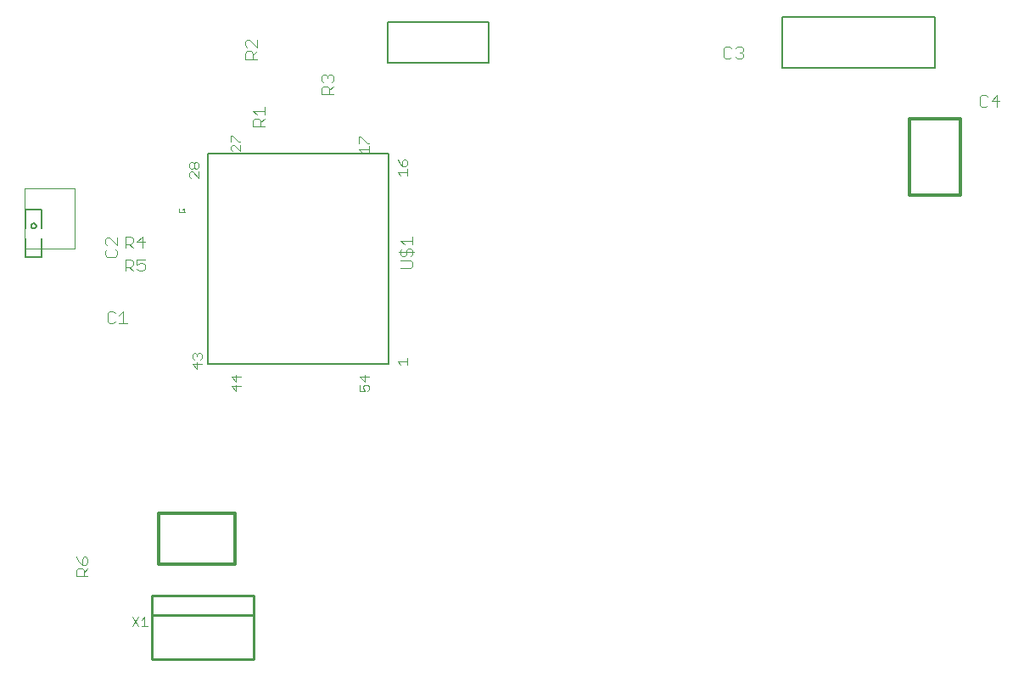
<source format=gto>
G75*
%MOIN*%
%OFA0B0*%
%FSLAX25Y25*%
%IPPOS*%
%LPD*%
%AMOC8*
5,1,8,0,0,1.08239X$1,22.5*
%
%ADD10C,0.00400*%
%ADD11C,0.00100*%
%ADD12C,0.00300*%
%ADD13C,0.00500*%
%ADD14C,0.00197*%
%ADD15C,0.01181*%
%ADD16C,0.01000*%
D10*
X0047200Y0042500D02*
X0049602Y0046103D01*
X0050883Y0044902D02*
X0052084Y0046103D01*
X0052084Y0042500D01*
X0050883Y0042500D02*
X0053285Y0042500D01*
X0049602Y0042500D02*
X0047200Y0046103D01*
X0029800Y0062000D02*
X0025196Y0062000D01*
X0025196Y0064302D01*
X0025963Y0065069D01*
X0027498Y0065069D01*
X0028265Y0064302D01*
X0028265Y0062000D01*
X0028265Y0063535D02*
X0029800Y0065069D01*
X0029033Y0066604D02*
X0029800Y0067371D01*
X0029800Y0068906D01*
X0029033Y0069673D01*
X0028265Y0069673D01*
X0027498Y0068906D01*
X0027498Y0066604D01*
X0029033Y0066604D01*
X0027498Y0066604D02*
X0025963Y0068139D01*
X0025196Y0069673D01*
X0038259Y0161500D02*
X0039794Y0161500D01*
X0040561Y0162267D01*
X0042096Y0161500D02*
X0045165Y0161500D01*
X0043631Y0161500D02*
X0043631Y0166104D01*
X0042096Y0164569D01*
X0040561Y0165337D02*
X0039794Y0166104D01*
X0038259Y0166104D01*
X0037492Y0165337D01*
X0037492Y0162267D01*
X0038259Y0161500D01*
X0044492Y0182000D02*
X0044492Y0186604D01*
X0046794Y0186604D01*
X0047561Y0185837D01*
X0047561Y0184302D01*
X0046794Y0183535D01*
X0044492Y0183535D01*
X0046027Y0183535D02*
X0047561Y0182000D01*
X0049096Y0182767D02*
X0049863Y0182000D01*
X0051398Y0182000D01*
X0052165Y0182767D01*
X0052165Y0184302D01*
X0051398Y0185069D01*
X0050631Y0185069D01*
X0049096Y0184302D01*
X0049096Y0186604D01*
X0052165Y0186604D01*
X0051398Y0191000D02*
X0051398Y0195604D01*
X0049096Y0193302D01*
X0052165Y0193302D01*
X0047561Y0193302D02*
X0047561Y0194837D01*
X0046794Y0195604D01*
X0044492Y0195604D01*
X0044492Y0191000D01*
X0044492Y0192535D02*
X0046794Y0192535D01*
X0047561Y0193302D01*
X0046027Y0192535D02*
X0047561Y0191000D01*
X0041300Y0192146D02*
X0038231Y0195215D01*
X0037463Y0195215D01*
X0036696Y0194448D01*
X0036696Y0192913D01*
X0037463Y0192146D01*
X0037463Y0190611D02*
X0036696Y0189844D01*
X0036696Y0188309D01*
X0037463Y0187542D01*
X0040533Y0187542D01*
X0041300Y0188309D01*
X0041300Y0189844D01*
X0040533Y0190611D01*
X0041300Y0192146D02*
X0041300Y0195215D01*
X0094696Y0238792D02*
X0094696Y0241094D01*
X0095463Y0241861D01*
X0096998Y0241861D01*
X0097765Y0241094D01*
X0097765Y0238792D01*
X0097765Y0240327D02*
X0099300Y0241861D01*
X0099300Y0243396D02*
X0099300Y0246465D01*
X0099300Y0244931D02*
X0094696Y0244931D01*
X0096231Y0243396D01*
X0094696Y0238792D02*
X0099300Y0238792D01*
X0121696Y0251500D02*
X0121696Y0253802D01*
X0122463Y0254569D01*
X0123998Y0254569D01*
X0124765Y0253802D01*
X0124765Y0251500D01*
X0124765Y0253035D02*
X0126300Y0254569D01*
X0125533Y0256104D02*
X0126300Y0256871D01*
X0126300Y0258406D01*
X0125533Y0259173D01*
X0124765Y0259173D01*
X0123998Y0258406D01*
X0123998Y0257639D01*
X0123998Y0258406D02*
X0123231Y0259173D01*
X0122463Y0259173D01*
X0121696Y0258406D01*
X0121696Y0256871D01*
X0122463Y0256104D01*
X0121696Y0251500D02*
X0126300Y0251500D01*
X0096300Y0265292D02*
X0091696Y0265292D01*
X0091696Y0267594D01*
X0092463Y0268361D01*
X0093998Y0268361D01*
X0094765Y0267594D01*
X0094765Y0265292D01*
X0094765Y0266827D02*
X0096300Y0268361D01*
X0096300Y0269896D02*
X0093231Y0272965D01*
X0092463Y0272965D01*
X0091696Y0272198D01*
X0091696Y0270663D01*
X0092463Y0269896D01*
X0096300Y0269896D02*
X0096300Y0272965D01*
X0157300Y0195465D02*
X0157300Y0192396D01*
X0157300Y0193931D02*
X0152696Y0193931D01*
X0154231Y0192396D01*
X0153463Y0190861D02*
X0152696Y0190094D01*
X0152696Y0188559D01*
X0153463Y0187792D01*
X0154231Y0187792D01*
X0154998Y0188559D01*
X0154998Y0190094D01*
X0155765Y0190861D01*
X0156533Y0190861D01*
X0157300Y0190094D01*
X0157300Y0188559D01*
X0156533Y0187792D01*
X0156533Y0186257D02*
X0152696Y0186257D01*
X0152696Y0183188D02*
X0156533Y0183188D01*
X0157300Y0183956D01*
X0157300Y0185490D01*
X0156533Y0186257D01*
X0158067Y0189327D02*
X0151929Y0189327D01*
X0279700Y0266267D02*
X0280467Y0265500D01*
X0282002Y0265500D01*
X0282769Y0266267D01*
X0284304Y0266267D02*
X0285071Y0265500D01*
X0286606Y0265500D01*
X0287373Y0266267D01*
X0287373Y0267035D01*
X0286606Y0267802D01*
X0285839Y0267802D01*
X0286606Y0267802D02*
X0287373Y0268569D01*
X0287373Y0269337D01*
X0286606Y0270104D01*
X0285071Y0270104D01*
X0284304Y0269337D01*
X0282769Y0269337D02*
X0282002Y0270104D01*
X0280467Y0270104D01*
X0279700Y0269337D01*
X0279700Y0266267D01*
X0380242Y0250337D02*
X0380242Y0247267D01*
X0381009Y0246500D01*
X0382544Y0246500D01*
X0383311Y0247267D01*
X0384846Y0248802D02*
X0387148Y0251104D01*
X0387148Y0246500D01*
X0387915Y0248802D02*
X0384846Y0248802D01*
X0383311Y0250337D02*
X0382544Y0251104D01*
X0381009Y0251104D01*
X0380242Y0250337D01*
D11*
X0068078Y0205000D02*
X0067077Y0205000D01*
X0066604Y0205000D02*
X0065603Y0205000D01*
X0065603Y0206501D01*
X0067077Y0206001D02*
X0067577Y0206501D01*
X0067577Y0205000D01*
D12*
X0070264Y0218584D02*
X0069647Y0219201D01*
X0069647Y0220435D01*
X0070264Y0221052D01*
X0070881Y0221052D01*
X0073350Y0218584D01*
X0073350Y0221052D01*
X0072733Y0222267D02*
X0072116Y0222267D01*
X0071498Y0222884D01*
X0071498Y0224118D01*
X0072116Y0224736D01*
X0072733Y0224736D01*
X0073350Y0224118D01*
X0073350Y0222884D01*
X0072733Y0222267D01*
X0071498Y0222884D02*
X0070881Y0222267D01*
X0070264Y0222267D01*
X0069647Y0222884D01*
X0069647Y0224118D01*
X0070264Y0224736D01*
X0070881Y0224736D01*
X0071498Y0224118D01*
X0086056Y0229728D02*
X0086673Y0229111D01*
X0086056Y0229728D02*
X0086056Y0230963D01*
X0086673Y0231580D01*
X0087291Y0231580D01*
X0089759Y0229111D01*
X0089759Y0231580D01*
X0089759Y0232794D02*
X0089142Y0232794D01*
X0086673Y0235263D01*
X0086056Y0235263D01*
X0086056Y0232794D01*
X0136450Y0232204D02*
X0136450Y0234673D01*
X0137067Y0234673D01*
X0139536Y0232204D01*
X0140153Y0232204D01*
X0140153Y0230989D02*
X0140153Y0228521D01*
X0140153Y0229755D02*
X0136450Y0229755D01*
X0137684Y0228521D01*
X0151584Y0225736D02*
X0152201Y0224501D01*
X0153435Y0223267D01*
X0153435Y0225118D01*
X0154053Y0225736D01*
X0154670Y0225736D01*
X0155287Y0225118D01*
X0155287Y0223884D01*
X0154670Y0223267D01*
X0153435Y0223267D01*
X0155287Y0222052D02*
X0155287Y0219584D01*
X0155287Y0220818D02*
X0151584Y0220818D01*
X0152818Y0219584D01*
X0074594Y0149118D02*
X0074594Y0147884D01*
X0073977Y0147267D01*
X0072743Y0146052D02*
X0072743Y0143584D01*
X0070891Y0145435D01*
X0074594Y0145435D01*
X0072743Y0148501D02*
X0072743Y0149118D01*
X0073360Y0149736D01*
X0073977Y0149736D01*
X0074594Y0149118D01*
X0072743Y0149118D02*
X0072125Y0149736D01*
X0071508Y0149736D01*
X0070891Y0149118D01*
X0070891Y0147884D01*
X0071508Y0147267D01*
X0086253Y0140363D02*
X0088105Y0138511D01*
X0088105Y0140980D01*
X0089956Y0140363D02*
X0086253Y0140363D01*
X0088105Y0137297D02*
X0088105Y0134828D01*
X0086253Y0136679D01*
X0089956Y0136679D01*
X0136647Y0137297D02*
X0136647Y0134828D01*
X0138498Y0134828D01*
X0137881Y0136062D01*
X0137881Y0136679D01*
X0138498Y0137297D01*
X0139733Y0137297D01*
X0140350Y0136679D01*
X0140350Y0135445D01*
X0139733Y0134828D01*
X0138498Y0138511D02*
X0138498Y0140980D01*
X0136647Y0140363D02*
X0140350Y0140363D01*
X0138498Y0138511D02*
X0136647Y0140363D01*
X0151584Y0146501D02*
X0152818Y0145267D01*
X0151584Y0146501D02*
X0155287Y0146501D01*
X0155287Y0145267D02*
X0155287Y0147736D01*
D13*
X0147933Y0145461D02*
X0147933Y0228139D01*
X0077067Y0228139D01*
X0077067Y0145461D01*
X0147933Y0145461D01*
X0011693Y0187528D02*
X0005394Y0187528D01*
X0005394Y0194812D01*
X0005394Y0198749D02*
X0005394Y0206032D01*
X0011693Y0206032D01*
X0011693Y0198749D01*
X0007559Y0199733D02*
X0007561Y0199795D01*
X0007567Y0199858D01*
X0007577Y0199919D01*
X0007591Y0199980D01*
X0007608Y0200040D01*
X0007629Y0200099D01*
X0007655Y0200156D01*
X0007683Y0200211D01*
X0007715Y0200265D01*
X0007751Y0200316D01*
X0007789Y0200366D01*
X0007831Y0200412D01*
X0007875Y0200456D01*
X0007923Y0200497D01*
X0007972Y0200535D01*
X0008024Y0200569D01*
X0008078Y0200600D01*
X0008134Y0200628D01*
X0008192Y0200652D01*
X0008251Y0200673D01*
X0008311Y0200689D01*
X0008372Y0200702D01*
X0008434Y0200711D01*
X0008496Y0200716D01*
X0008559Y0200717D01*
X0008621Y0200714D01*
X0008683Y0200707D01*
X0008745Y0200696D01*
X0008805Y0200681D01*
X0008865Y0200663D01*
X0008923Y0200641D01*
X0008980Y0200615D01*
X0009035Y0200585D01*
X0009088Y0200552D01*
X0009139Y0200516D01*
X0009187Y0200477D01*
X0009233Y0200434D01*
X0009276Y0200389D01*
X0009316Y0200341D01*
X0009353Y0200291D01*
X0009387Y0200238D01*
X0009418Y0200184D01*
X0009444Y0200128D01*
X0009468Y0200070D01*
X0009487Y0200010D01*
X0009503Y0199950D01*
X0009515Y0199888D01*
X0009523Y0199827D01*
X0009527Y0199764D01*
X0009527Y0199702D01*
X0009523Y0199639D01*
X0009515Y0199578D01*
X0009503Y0199516D01*
X0009487Y0199456D01*
X0009468Y0199396D01*
X0009444Y0199338D01*
X0009418Y0199282D01*
X0009387Y0199228D01*
X0009353Y0199175D01*
X0009316Y0199125D01*
X0009276Y0199077D01*
X0009233Y0199032D01*
X0009187Y0198989D01*
X0009139Y0198950D01*
X0009088Y0198914D01*
X0009035Y0198881D01*
X0008980Y0198851D01*
X0008923Y0198825D01*
X0008865Y0198803D01*
X0008805Y0198785D01*
X0008745Y0198770D01*
X0008683Y0198759D01*
X0008621Y0198752D01*
X0008559Y0198749D01*
X0008496Y0198750D01*
X0008434Y0198755D01*
X0008372Y0198764D01*
X0008311Y0198777D01*
X0008251Y0198793D01*
X0008192Y0198814D01*
X0008134Y0198838D01*
X0008078Y0198866D01*
X0008024Y0198897D01*
X0007972Y0198931D01*
X0007923Y0198969D01*
X0007875Y0199010D01*
X0007831Y0199054D01*
X0007789Y0199100D01*
X0007751Y0199150D01*
X0007715Y0199201D01*
X0007683Y0199255D01*
X0007655Y0199310D01*
X0007629Y0199367D01*
X0007608Y0199426D01*
X0007591Y0199486D01*
X0007577Y0199547D01*
X0007567Y0199608D01*
X0007561Y0199671D01*
X0007559Y0199733D01*
X0011693Y0194812D02*
X0011693Y0187528D01*
X0147815Y0263926D02*
X0187185Y0263926D01*
X0187185Y0279674D01*
X0147815Y0279674D01*
X0147815Y0263926D01*
X0302500Y0261800D02*
X0362500Y0261800D01*
X0362500Y0281800D01*
X0302500Y0281800D01*
X0302500Y0261800D01*
D14*
X0024685Y0214300D02*
X0024685Y0190678D01*
X0005000Y0190678D01*
X0005000Y0214300D01*
X0024685Y0214300D01*
D15*
X0057500Y0086800D02*
X0057500Y0066800D01*
X0087500Y0066800D01*
X0087500Y0086800D01*
X0057500Y0086800D01*
X0352500Y0211800D02*
X0372500Y0211800D01*
X0372500Y0241800D01*
X0352500Y0241800D01*
X0352500Y0211800D01*
D16*
X0055000Y0046800D02*
X0055000Y0029300D01*
X0095000Y0029300D01*
X0095000Y0046800D01*
X0055000Y0046800D01*
X0055000Y0054300D01*
X0095000Y0054300D01*
X0095000Y0046800D01*
M02*

</source>
